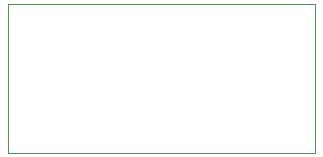
<source format=gm1>
G04 #@! TF.FileFunction,Profile,NP*
%FSLAX46Y46*%
G04 Gerber Fmt 4.6, Leading zero omitted, Abs format (unit mm)*
G04 Created by KiCad (PCBNEW 4.0.7-e2-6376~61~ubuntu18.04.1) date Thu Aug  2 13:47:33 2018*
%MOMM*%
%LPD*%
G01*
G04 APERTURE LIST*
%ADD10C,0.100000*%
G04 APERTURE END LIST*
D10*
X168400000Y-86300000D02*
X194400000Y-86300000D01*
X168400000Y-73690000D02*
X168400000Y-86300000D01*
X194400000Y-73690000D02*
X168400000Y-73690000D01*
X194400000Y-86300000D02*
X194400000Y-73690000D01*
M02*

</source>
